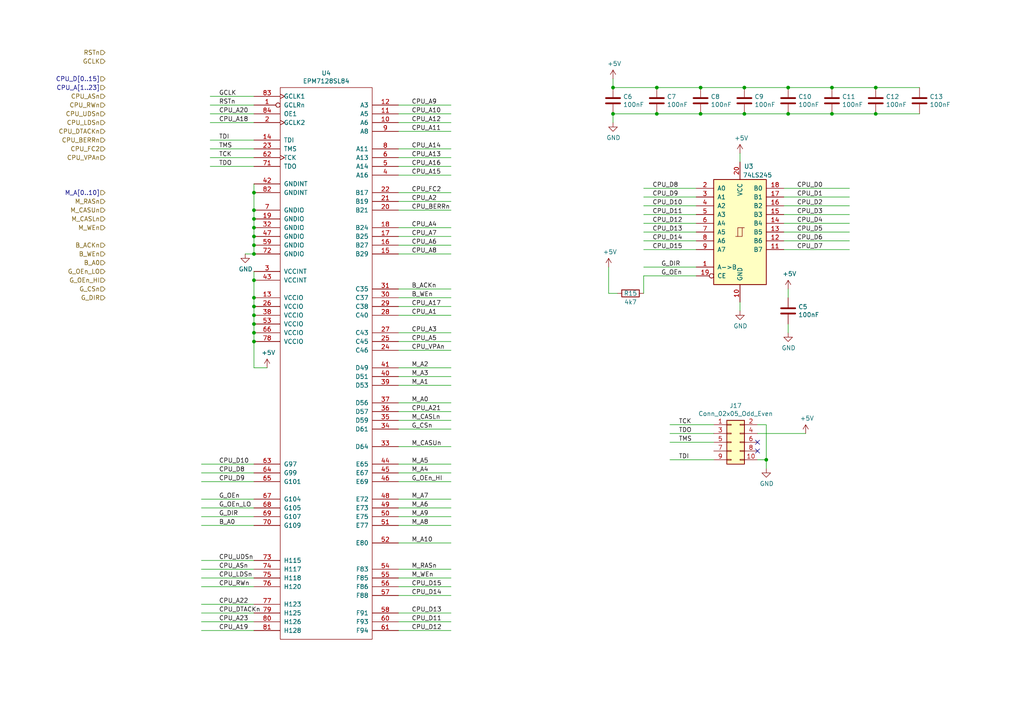
<source format=kicad_sch>
(kicad_sch (version 20211123) (generator eeschema)
  (paper "A4")
  (lib_symbols
    (symbol "74xx:74LS245" (pin_names (offset 1.016))
      (property "Reference" "U" (at -7.62 16.51 0))
      (property "Value" "74LS245" (at -7.62 -16.51 0))
      (symbol "74LS245_1_0"
        (polyline (pts (xy -0.635 -1.27) (xy -0.635 1.27) (xy 0.635 1.27)))
        (polyline (pts (xy -1.27 -1.27) (xy 0.635 -1.27) (xy 0.635 1.27) (xy 1.27 1.27)))
        (pin input line (at -12.7 -10.16 0) (length 5.08) (name "A->B") (number "1"))
        (pin power_in line (at 0 -20.32 90) (length 5.08) (name "GND") (number "10"))
        (pin tri_state line (at 12.7 -5.08 180) (length 5.08) (name "B7") (number "11"))
        (pin tri_state line (at 12.7 -2.54 180) (length 5.08) (name "B6") (number "12"))
        (pin tri_state line (at 12.7 0 180) (length 5.08) (name "B5") (number "13"))
        (pin tri_state line (at 12.7 2.54 180) (length 5.08) (name "B4") (number "14"))
        (pin tri_state line (at 12.7 5.08 180) (length 5.08) (name "B3") (number "15"))
        (pin tri_state line (at 12.7 7.62 180) (length 5.08) (name "B2") (number "16"))
        (pin tri_state line (at 12.7 10.16 180) (length 5.08) (name "B1") (number "17"))
        (pin tri_state line (at 12.7 12.7 180) (length 5.08) (name "B0") (number "18"))
        (pin input inverted (at -12.7 -12.7 0) (length 5.08) (name "CE") (number "19"))
        (pin tri_state line (at -12.7 12.7 0) (length 5.08) (name "A0") (number "2"))
        (pin power_in line (at 0 20.32 270) (length 5.08) (name "VCC") (number "20"))
        (pin tri_state line (at -12.7 10.16 0) (length 5.08) (name "A1") (number "3"))
        (pin tri_state line (at -12.7 7.62 0) (length 5.08) (name "A2") (number "4"))
        (pin tri_state line (at -12.7 5.08 0) (length 5.08) (name "A3") (number "5"))
        (pin tri_state line (at -12.7 2.54 0) (length 5.08) (name "A4") (number "6"))
        (pin tri_state line (at -12.7 0 0) (length 5.08) (name "A5") (number "7"))
        (pin tri_state line (at -12.7 -2.54 0) (length 5.08) (name "A6") (number "8"))
        (pin tri_state line (at -12.7 -5.08 0) (length 5.08) (name "A7") (number "9"))
      )
      (symbol "74LS245_1_1"
        (rectangle (start -7.62 15.24) (end 7.62 -15.24) (stroke (width 0.254)) (fill (type background)))
      )
    )
    (symbol "Connector_Generic:Conn_02x05_Odd_Even" (pin_names (offset 1.016) hide)
      (property "Reference" "J" (at 1.27 7.62 0))
      (property "Value" "Conn_02x05_Odd_Even" (at 1.27 -7.62 0))
      (symbol "Conn_02x05_Odd_Even_1_1"
        (rectangle (start -1.27 -4.953) (end 0 -5.207) (stroke (width 0.1524)))
        (rectangle (start -1.27 -2.413) (end 0 -2.667) (stroke (width 0.1524)))
        (rectangle (start -1.27 0.127) (end 0 -0.127) (stroke (width 0.1524)))
        (rectangle (start -1.27 2.667) (end 0 2.413) (stroke (width 0.1524)))
        (rectangle (start -1.27 5.207) (end 0 4.953) (stroke (width 0.1524)))
        (rectangle (start -1.27 6.35) (end 3.81 -6.35) (stroke (width 0.254)) (fill (type background)))
        (rectangle (start 3.81 -4.953) (end 2.54 -5.207) (stroke (width 0.1524)))
        (rectangle (start 3.81 -2.413) (end 2.54 -2.667) (stroke (width 0.1524)))
        (rectangle (start 3.81 0.127) (end 2.54 -0.127) (stroke (width 0.1524)))
        (rectangle (start 3.81 2.667) (end 2.54 2.413) (stroke (width 0.1524)))
        (rectangle (start 3.81 5.207) (end 2.54 4.953) (stroke (width 0.1524)))
        (pin passive line (at -5.08 5.08 0) (length 3.81) (name "Pin_1") (number "1"))
        (pin passive line (at 7.62 -5.08 180) (length 3.81) (name "Pin_10") (number "10"))
        (pin passive line (at 7.62 5.08 180) (length 3.81) (name "Pin_2") (number "2"))
        (pin passive line (at -5.08 2.54 0) (length 3.81) (name "Pin_3") (number "3"))
        (pin passive line (at 7.62 2.54 180) (length 3.81) (name "Pin_4") (number "4"))
        (pin passive line (at -5.08 0 0) (length 3.81) (name "Pin_5") (number "5"))
        (pin passive line (at 7.62 0 180) (length 3.81) (name "Pin_6") (number "6"))
        (pin passive line (at -5.08 -2.54 0) (length 3.81) (name "Pin_7") (number "7"))
        (pin passive line (at 7.62 -2.54 180) (length 3.81) (name "Pin_8") (number "8"))
        (pin passive line (at -5.08 -5.08 0) (length 3.81) (name "Pin_9") (number "9"))
      )
    )
    (symbol "Device:C" (pin_numbers hide) (pin_names (offset 0.254))
      (property "Reference" "C" (at 0.635 2.54 0))
      (property "Value" "C" (at 0.635 -2.54 0))
      (symbol "C_0_1"
        (polyline (pts (xy -2.032 -0.762) (xy 2.032 -0.762)) (stroke (width 0.508)))
        (polyline (pts (xy -2.032 0.762) (xy 2.032 0.762)) (stroke (width 0.508)))
      )
      (symbol "C_1_1"
        (pin passive line (at 0 3.81 270) (length 2.794) (name "~") (number "1"))
        (pin passive line (at 0 -3.81 90) (length 2.794) (name "~") (number "2"))
      )
    )
    (symbol "Device:R" (pin_numbers hide) (pin_names (offset 0))
      (property "Reference" "R" (at 2.032 0 90))
      (property "Value" "R" (at 0 0 90))
      (symbol "R_0_1"
        (rectangle (start -1.016 -2.54) (end 1.016 2.54) (stroke (width 0.254)))
      )
      (symbol "R_1_1"
        (pin passive line (at 0 3.81 270) (length 1.27) (name "~") (number "1"))
        (pin passive line (at 0 -3.81 90) (length 1.27) (name "~") (number "2"))
      )
    )
    (symbol "altera_max:EPM7128SL84" (pin_names (offset 1.016))
      (property "Reference" "U" (at 0 -7.62 0))
      (property "Value" "EPM7128SL84" (at 0 -5.08 0))
      (symbol "EPM7128SL84_1_1"
        (rectangle (start -13.97 73.66) (end 12.7 -86.36))
        (pin input inverted (at -21.59 68.58 0) (length 7.62) (name "GCLRn") (number "1"))
        (pin bidirectional line (at 20.32 63.5 180) (length 7.62) (name "A6") (number "10"))
        (pin bidirectional line (at 20.32 66.04 180) (length 7.62) (name "A5") (number "11"))
        (pin bidirectional line (at 20.32 68.58 180) (length 7.62) (name "A3") (number "12"))
        (pin power_in line (at -21.59 12.7 0) (length 7.62) (name "VCCIO") (number "13"))
        (pin input line (at -21.59 58.42 0) (length 7.62) (name "TDI") (number "14"))
        (pin bidirectional line (at 20.32 25.4 180) (length 7.62) (name "B29") (number "15"))
        (pin bidirectional line (at 20.32 27.94 180) (length 7.62) (name "B27") (number "16"))
        (pin bidirectional line (at 20.32 30.48 180) (length 7.62) (name "B25") (number "17"))
        (pin bidirectional line (at 20.32 33.02 180) (length 7.62) (name "B24") (number "18"))
        (pin power_in line (at -21.59 35.56 0) (length 7.62) (name "GNDIO") (number "19"))
        (pin input clock (at -21.59 63.5 0) (length 7.62) (name "GCLK2") (number "2"))
        (pin bidirectional line (at 20.32 38.1 180) (length 7.62) (name "B21") (number "20"))
        (pin bidirectional line (at 20.32 40.64 180) (length 7.62) (name "B19") (number "21"))
        (pin bidirectional line (at 20.32 43.18 180) (length 7.62) (name "B17") (number "22"))
        (pin input line (at -21.59 55.88 0) (length 7.62) (name "TMS") (number "23"))
        (pin bidirectional line (at 20.32 -2.54 180) (length 7.62) (name "C46") (number "24"))
        (pin bidirectional line (at 20.32 0 180) (length 7.62) (name "C45") (number "25"))
        (pin power_in line (at -21.59 10.16 0) (length 7.62) (name "VCCIO") (number "26"))
        (pin bidirectional line (at 20.32 2.54 180) (length 7.62) (name "C43") (number "27"))
        (pin bidirectional line (at 20.32 7.62 180) (length 7.62) (name "C40") (number "28"))
        (pin bidirectional line (at 20.32 10.16 180) (length 7.62) (name "C38") (number "29"))
        (pin power_in line (at -21.59 20.32 0) (length 7.62) (name "VCCINT") (number "3"))
        (pin bidirectional line (at 20.32 12.7 180) (length 7.62) (name "C37") (number "30"))
        (pin bidirectional line (at 20.32 15.24 180) (length 7.62) (name "C35") (number "31"))
        (pin power_in line (at -21.59 33.02 0) (length 7.62) (name "GNDIO") (number "32"))
        (pin bidirectional line (at 20.32 -30.48 180) (length 7.62) (name "D64") (number "33"))
        (pin bidirectional line (at 20.32 -25.4 180) (length 7.62) (name "D61") (number "34"))
        (pin bidirectional line (at 20.32 -22.86 180) (length 7.62) (name "D59") (number "35"))
        (pin bidirectional line (at 20.32 -20.32 180) (length 7.62) (name "D57") (number "36"))
        (pin bidirectional line (at 20.32 -17.78 180) (length 7.62) (name "D56") (number "37"))
        (pin power_in line (at -21.59 7.62 0) (length 7.62) (name "VCCIO") (number "38"))
        (pin bidirectional line (at 20.32 -12.7 180) (length 7.62) (name "D53") (number "39"))
        (pin bidirectional line (at 20.32 48.26 180) (length 7.62) (name "A16") (number "4"))
        (pin bidirectional line (at 20.32 -10.16 180) (length 7.62) (name "D51") (number "40"))
        (pin bidirectional line (at 20.32 -7.62 180) (length 7.62) (name "D49") (number "41"))
        (pin power_in line (at -21.59 45.72 0) (length 7.62) (name "GNDINT") (number "42"))
        (pin power_in line (at -21.59 17.78 0) (length 7.62) (name "VCCINT") (number "43"))
        (pin bidirectional line (at 20.32 -35.56 180) (length 7.62) (name "E65") (number "44"))
        (pin bidirectional line (at 20.32 -38.1 180) (length 7.62) (name "E67") (number "45"))
        (pin bidirectional line (at 20.32 -40.64 180) (length 7.62) (name "E69") (number "46"))
        (pin power_in line (at -21.59 30.48 0) (length 7.62) (name "GNDIO") (number "47"))
        (pin bidirectional line (at 20.32 -45.72 180) (length 7.62) (name "E72") (number "48"))
        (pin bidirectional line (at 20.32 -48.26 180) (length 7.62) (name "E73") (number "49"))
        (pin bidirectional line (at 20.32 50.8 180) (length 7.62) (name "A14") (number "5"))
        (pin bidirectional line (at 20.32 -50.8 180) (length 7.62) (name "E75") (number "50"))
        (pin bidirectional line (at 20.32 -53.34 180) (length 7.62) (name "E77") (number "51"))
        (pin bidirectional line (at 20.32 -58.42 180) (length 7.62) (name "E80") (number "52"))
        (pin power_in line (at -21.59 5.08 0) (length 7.62) (name "VCCIO") (number "53"))
        (pin bidirectional line (at 20.32 -66.04 180) (length 7.62) (name "F83") (number "54"))
        (pin bidirectional line (at 20.32 -68.58 180) (length 7.62) (name "F85") (number "55"))
        (pin bidirectional line (at 20.32 -71.12 180) (length 7.62) (name "F86") (number "56"))
        (pin bidirectional line (at 20.32 -73.66 180) (length 7.62) (name "F88") (number "57"))
        (pin bidirectional line (at 20.32 -78.74 180) (length 7.62) (name "F91") (number "58"))
        (pin power_in line (at -21.59 27.94 0) (length 7.62) (name "GNDIO") (number "59"))
        (pin bidirectional line (at 20.32 53.34 180) (length 7.62) (name "A13") (number "6"))
        (pin bidirectional line (at 20.32 -81.28 180) (length 7.62) (name "F93") (number "60"))
        (pin bidirectional line (at 20.32 -83.82 180) (length 7.62) (name "F94") (number "61"))
        (pin input clock (at -21.59 53.34 0) (length 7.62) (name "TCK") (number "62"))
        (pin bidirectional line (at -21.59 -35.56 0) (length 7.62) (name "G97") (number "63"))
        (pin bidirectional line (at -21.59 -38.1 0) (length 7.62) (name "G99") (number "64"))
        (pin bidirectional line (at -21.59 -40.64 0) (length 7.62) (name "G101") (number "65"))
        (pin power_in line (at -21.59 2.54 0) (length 7.62) (name "VCCIO") (number "66"))
        (pin bidirectional line (at -21.59 -45.72 0) (length 7.62) (name "G104") (number "67"))
        (pin bidirectional line (at -21.59 -48.26 0) (length 7.62) (name "G105") (number "68"))
        (pin bidirectional line (at -21.59 -50.8 0) (length 7.62) (name "G107") (number "69"))
        (pin power_in line (at -21.59 38.1 0) (length 7.62) (name "GNDIO") (number "7"))
        (pin bidirectional line (at -21.59 -53.34 0) (length 7.62) (name "G109") (number "70"))
        (pin output line (at -21.59 50.8 0) (length 7.62) (name "TDO") (number "71"))
        (pin power_in line (at -21.59 25.4 0) (length 7.62) (name "GNDIO") (number "72"))
        (pin bidirectional line (at -21.59 -63.5 0) (length 7.62) (name "H115") (number "73"))
        (pin bidirectional line (at -21.59 -66.04 0) (length 7.62) (name "H117") (number "74"))
        (pin bidirectional line (at -21.59 -68.58 0) (length 7.62) (name "H118") (number "75"))
        (pin bidirectional line (at -21.59 -71.12 0) (length 7.62) (name "H120") (number "76"))
        (pin bidirectional line (at -21.59 -76.2 0) (length 7.62) (name "H123") (number "77"))
        (pin power_in line (at -21.59 0 0) (length 7.62) (name "VCCIO") (number "78"))
        (pin bidirectional line (at -21.59 -78.74 0) (length 7.62) (name "H125") (number "79"))
        (pin bidirectional line (at 20.32 55.88 180) (length 7.62) (name "A11") (number "8"))
        (pin bidirectional line (at -21.59 -81.28 0) (length 7.62) (name "H126") (number "80"))
        (pin bidirectional line (at -21.59 -83.82 0) (length 7.62) (name "H128") (number "81"))
        (pin power_in line (at -21.59 43.18 0) (length 7.62) (name "GNDINT") (number "82"))
        (pin input clock (at -21.59 71.12 0) (length 7.62) (name "GCLK1") (number "83"))
        (pin input line (at -21.59 66.04 0) (length 7.62) (name "OE1") (number "84"))
        (pin bidirectional line (at 20.32 60.96 180) (length 7.62) (name "A8") (number "9"))
      )
    )
    (symbol "power:+5V" (power) (pin_names (offset 0))
      (property "Value" "+5V" (at 0 3.556 0))
      (symbol "+5V_0_1"
        (polyline (pts (xy -0.762 1.27) (xy 0 2.54)))
        (polyline (pts (xy 0 0) (xy 0 2.54)))
        (polyline (pts (xy 0 2.54) (xy 0.762 1.27)))
      )
      (symbol "+5V_1_1"
        (pin power_in line (at 0 0 90) (length 0) hide (name "+5V") (number "1"))
      )
    )
    (symbol "power:GND" (power) (pin_names (offset 0))
      (property "Value" "GND" (at 0 -3.81 0))
      (symbol "GND_0_1"
        (polyline (pts (xy 0 0) (xy 0 -1.27) (xy 1.27 -1.27) (xy 0 -2.54) (xy -1.27 -1.27) (xy 0 -1.27)))
      )
      (symbol "GND_1_1"
        (pin power_in line (at 0 0 270) (length 0) hide (name "GND") (number "1"))
      )
    )
  )
  (junction (at 73.66 99.06))
  (junction (at 241.3 33.02))
  (junction (at 73.66 86.36))
  (junction (at 73.66 73.66))
  (junction (at 190.5 25.4))
  (junction (at 177.8 33.02))
  (junction (at 177.8 25.4))
  (junction (at 215.9 25.4))
  (junction (at 73.66 68.58))
  (junction (at 254 33.02))
  (junction (at 228.6 25.4))
  (junction (at 203.2 33.02))
  (junction (at 203.2 25.4))
  (junction (at 73.66 60.96))
  (junction (at 73.66 66.04))
  (junction (at 73.66 55.88))
  (junction (at 241.3 25.4))
  (junction (at 215.9 33.02))
  (junction (at 73.66 96.52))
  (junction (at 73.66 93.98))
  (junction (at 254 25.4))
  (junction (at 228.6 33.02))
  (junction (at 73.66 91.44))
  (junction (at 222.25 133.35))
  (junction (at 73.66 88.9))
  (junction (at 73.66 71.12))
  (junction (at 73.66 81.28))
  (junction (at 190.5 33.02))
  (junction (at 73.66 63.5))
  (no_connect (at 219.71 130.81))
  (no_connect (at 219.71 128.27))
  (wire (pts (xy 246.38 59.69) (xy 227.33 59.69)))
  (wire (pts (xy 58.42 139.7) (xy 73.66 139.7)))
  (wire (pts (xy 254 25.4) (xy 241.3 25.4)))
  (wire (pts (xy 115.57 68.58) (xy 130.81 68.58)))
  (wire (pts (xy 190.5 25.4) (xy 177.8 25.4)))
  (wire (pts (xy 214.63 46.99) (xy 214.63 44.45)))
  (wire (pts (xy 177.8 22.86) (xy 177.8 25.4)))
  (wire (pts (xy 60.96 43.18) (xy 73.66 43.18)))
  (wire (pts (xy 115.57 121.92) (xy 130.81 121.92)))
  (wire (pts (xy 115.57 165.1) (xy 130.81 165.1)))
  (wire (pts (xy 115.57 48.26) (xy 130.81 48.26)))
  (wire (pts (xy 73.66 81.28) (xy 73.66 78.74)))
  (wire (pts (xy 246.38 57.15) (xy 227.33 57.15)))
  (wire (pts (xy 115.57 182.88) (xy 130.81 182.88)))
  (wire (pts (xy 115.57 71.12) (xy 130.81 71.12)))
  (wire (pts (xy 73.66 99.06) (xy 73.66 96.52)))
  (wire (pts (xy 73.66 60.96) (xy 73.66 55.88)))
  (wire (pts (xy 115.57 119.38) (xy 130.81 119.38)))
  (wire (pts (xy 186.69 64.77) (xy 201.93 64.77)))
  (wire (pts (xy 203.2 25.4) (xy 190.5 25.4)))
  (wire (pts (xy 186.69 57.15) (xy 201.93 57.15)))
  (wire (pts (xy 130.81 129.54) (xy 115.57 129.54)))
  (wire (pts (xy 115.57 33.02) (xy 130.81 33.02)))
  (wire (pts (xy 246.38 54.61) (xy 227.33 54.61)))
  (wire (pts (xy 115.57 109.22) (xy 130.81 109.22)))
  (wire (pts (xy 115.57 38.1) (xy 130.81 38.1)))
  (wire (pts (xy 115.57 137.16) (xy 130.81 137.16)))
  (wire (pts (xy 115.57 35.56) (xy 130.81 35.56)))
  (wire (pts (xy 241.3 33.02) (xy 228.6 33.02)))
  (wire (pts (xy 266.7 33.02) (xy 254 33.02)))
  (wire (pts (xy 58.42 177.8) (xy 73.66 177.8)))
  (wire (pts (xy 203.2 33.02) (xy 190.5 33.02)))
  (wire (pts (xy 186.69 62.23) (xy 201.93 62.23)))
  (wire (pts (xy 194.31 128.27) (xy 207.01 128.27)))
  (wire (pts (xy 115.57 101.6) (xy 130.81 101.6)))
  (wire (pts (xy 194.31 125.73) (xy 207.01 125.73)))
  (wire (pts (xy 115.57 180.34) (xy 130.81 180.34)))
  (wire (pts (xy 73.66 91.44) (xy 73.66 88.9)))
  (wire (pts (xy 115.57 134.62) (xy 130.81 134.62)))
  (wire (pts (xy 115.57 50.8) (xy 130.81 50.8)))
  (wire (pts (xy 186.69 67.31) (xy 201.93 67.31)))
  (wire (pts (xy 71.12 73.66) (xy 73.66 73.66)))
  (wire (pts (xy 241.3 25.4) (xy 228.6 25.4)))
  (wire (pts (xy 222.25 135.89) (xy 222.25 133.35)))
  (wire (pts (xy 58.42 165.1) (xy 73.66 165.1)))
  (wire (pts (xy 177.8 33.02) (xy 177.8 35.56)))
  (wire (pts (xy 60.96 33.02) (xy 73.66 33.02)))
  (wire (pts (xy 219.71 125.73) (xy 233.68 125.73)))
  (wire (pts (xy 115.57 139.7) (xy 130.81 139.7)))
  (wire (pts (xy 73.66 106.68) (xy 73.66 99.06)))
  (wire (pts (xy 246.38 64.77) (xy 227.33 64.77)))
  (wire (pts (xy 115.57 91.44) (xy 130.81 91.44)))
  (wire (pts (xy 58.42 167.64) (xy 73.66 167.64)))
  (wire (pts (xy 58.42 134.62) (xy 73.66 134.62)))
  (wire (pts (xy 115.57 152.4) (xy 130.81 152.4)))
  (wire (pts (xy 222.25 133.35) (xy 222.25 123.19)))
  (wire (pts (xy 115.57 96.52) (xy 130.81 96.52)))
  (wire (pts (xy 186.69 80.01) (xy 201.93 80.01)))
  (wire (pts (xy 60.96 30.48) (xy 73.66 30.48)))
  (wire (pts (xy 58.42 175.26) (xy 73.66 175.26)))
  (wire (pts (xy 58.42 149.86) (xy 73.66 149.86)))
  (wire (pts (xy 58.42 144.78) (xy 73.66 144.78)))
  (wire (pts (xy 266.7 25.4) (xy 254 25.4)))
  (wire (pts (xy 215.9 25.4) (xy 203.2 25.4)))
  (wire (pts (xy 60.96 48.26) (xy 73.66 48.26)))
  (wire (pts (xy 73.66 63.5) (xy 73.66 60.96)))
  (wire (pts (xy 115.57 30.48) (xy 130.81 30.48)))
  (wire (pts (xy 228.6 93.98) (xy 228.6 96.52)))
  (wire (pts (xy 60.96 40.64) (xy 73.66 40.64)))
  (wire (pts (xy 73.66 73.66) (xy 73.66 71.12)))
  (wire (pts (xy 179.07 85.09) (xy 176.53 85.09)))
  (wire (pts (xy 228.6 83.82) (xy 228.6 86.36)))
  (wire (pts (xy 214.63 90.17) (xy 214.63 87.63)))
  (wire (pts (xy 254 33.02) (xy 241.3 33.02)))
  (wire (pts (xy 115.57 55.88) (xy 130.81 55.88)))
  (wire (pts (xy 73.66 96.52) (xy 73.66 93.98)))
  (wire (pts (xy 228.6 25.4) (xy 215.9 25.4)))
  (wire (pts (xy 190.5 33.02) (xy 177.8 33.02)))
  (wire (pts (xy 115.57 170.18) (xy 130.81 170.18)))
  (wire (pts (xy 115.57 83.82) (xy 130.81 83.82)))
  (wire (pts (xy 115.57 124.46) (xy 130.81 124.46)))
  (wire (pts (xy 186.69 80.01) (xy 186.69 85.09)))
  (wire (pts (xy 115.57 58.42) (xy 130.81 58.42)))
  (wire (pts (xy 115.57 167.64) (xy 130.81 167.64)))
  (wire (pts (xy 115.57 86.36) (xy 130.81 86.36)))
  (wire (pts (xy 222.25 133.35) (xy 219.71 133.35)))
  (wire (pts (xy 246.38 62.23) (xy 227.33 62.23)))
  (wire (pts (xy 130.81 157.48) (xy 115.57 157.48)))
  (wire (pts (xy 60.96 35.56) (xy 73.66 35.56)))
  (wire (pts (xy 194.31 133.35) (xy 207.01 133.35)))
  (wire (pts (xy 73.66 86.36) (xy 73.66 81.28)))
  (wire (pts (xy 60.96 45.72) (xy 73.66 45.72)))
  (wire (pts (xy 58.42 162.56) (xy 73.66 162.56)))
  (wire (pts (xy 58.42 137.16) (xy 73.66 137.16)))
  (wire (pts (xy 186.69 69.85) (xy 201.93 69.85)))
  (wire (pts (xy 176.53 85.09) (xy 176.53 77.47)))
  (wire (pts (xy 115.57 177.8) (xy 130.81 177.8)))
  (wire (pts (xy 115.57 45.72) (xy 130.81 45.72)))
  (wire (pts (xy 73.66 71.12) (xy 73.66 68.58)))
  (wire (pts (xy 77.47 106.68) (xy 73.66 106.68)))
  (wire (pts (xy 222.25 123.19) (xy 219.71 123.19)))
  (wire (pts (xy 58.42 180.34) (xy 73.66 180.34)))
  (wire (pts (xy 58.42 147.32) (xy 73.66 147.32)))
  (wire (pts (xy 115.57 60.96) (xy 130.81 60.96)))
  (wire (pts (xy 186.69 54.61) (xy 201.93 54.61)))
  (wire (pts (xy 73.66 66.04) (xy 73.66 63.5)))
  (wire (pts (xy 115.57 106.68) (xy 130.81 106.68)))
  (wire (pts (xy 73.66 55.88) (xy 73.66 53.34)))
  (wire (pts (xy 246.38 69.85) (xy 227.33 69.85)))
  (wire (pts (xy 115.57 43.18) (xy 130.81 43.18)))
  (wire (pts (xy 115.57 172.72) (xy 130.81 172.72)))
  (wire (pts (xy 115.57 116.84) (xy 130.81 116.84)))
  (wire (pts (xy 115.57 144.78) (xy 130.81 144.78)))
  (wire (pts (xy 73.66 93.98) (xy 73.66 91.44)))
  (wire (pts (xy 115.57 99.06) (xy 130.81 99.06)))
  (wire (pts (xy 60.96 27.94) (xy 73.66 27.94)))
  (wire (pts (xy 115.57 73.66) (xy 130.81 73.66)))
  (wire (pts (xy 246.38 67.31) (xy 227.33 67.31)))
  (wire (pts (xy 186.69 77.47) (xy 201.93 77.47)))
  (wire (pts (xy 186.69 59.69) (xy 201.93 59.69)))
  (wire (pts (xy 73.66 68.58) (xy 73.66 66.04)))
  (wire (pts (xy 115.57 111.76) (xy 130.81 111.76)))
  (wire (pts (xy 58.42 182.88) (xy 73.66 182.88)))
  (wire (pts (xy 228.6 33.02) (xy 215.9 33.02)))
  (wire (pts (xy 58.42 170.18) (xy 73.66 170.18)))
  (wire (pts (xy 115.57 88.9) (xy 130.81 88.9)))
  (wire (pts (xy 73.66 88.9) (xy 73.66 86.36)))
  (wire (pts (xy 115.57 66.04) (xy 130.81 66.04)))
  (wire (pts (xy 115.57 147.32) (xy 130.81 147.32)))
  (wire (pts (xy 186.69 72.39) (xy 201.93 72.39)))
  (wire (pts (xy 194.31 123.19) (xy 207.01 123.19)))
  (wire (pts (xy 58.42 152.4) (xy 73.66 152.4)))
  (wire (pts (xy 215.9 33.02) (xy 203.2 33.02)))
  (wire (pts (xy 115.57 149.86) (xy 130.81 149.86)))
  (wire (pts (xy 246.38 72.39) (xy 227.33 72.39)))
  (label "CPU_DTACKn" (at 63.5 177.8 0))
  (label "CPU_VPAn" (at 119.38 101.6 0))
  (label "CPU_D8" (at 63.5 137.16 0))
  (label "CPU_D2" (at 231.14 59.69 0))
  (label "CPU_A10" (at 119.38 33.02 0))
  (label "M_RASn" (at 119.38 165.1 0))
  (label "CPU_D15" (at 119.38 170.18 0))
  (label "RSTn" (at 63.5 30.48 0))
  (label "CPU_D11" (at 189.23 62.23 0))
  (label "CPU_D5" (at 231.14 67.31 0))
  (label "B_WEn" (at 119.38 86.36 0))
  (label "G_CSn" (at 119.38 124.46 0))
  (label "CPU_D11" (at 119.38 180.34 0))
  (label "CPU_A3" (at 119.38 96.52 0))
  (label "CPU_A9" (at 119.38 30.48 0))
  (label "CPU_A4" (at 119.38 66.04 0))
  (label "M_WEn" (at 119.38 167.64 0))
  (label "M_A8" (at 119.38 152.4 0))
  (label "CPU_A12" (at 119.38 35.56 0))
  (label "CPU_A7" (at 119.38 68.58 0))
  (label "CPU_D1" (at 231.14 57.15 0))
  (label "CPU_A16" (at 119.38 48.26 0))
  (label "CPU_D14" (at 119.38 172.72 0))
  (label "CPU_D12" (at 189.23 64.77 0))
  (label "CPU_A11" (at 119.38 38.1 0))
  (label "GCLK" (at 63.5 27.94 0))
  (label "B_A0" (at 63.5 152.4 0))
  (label "CPU_A6" (at 119.38 71.12 0))
  (label "CPU_A5" (at 119.38 99.06 0))
  (label "CPU_LDSn" (at 63.5 167.64 0))
  (label "M_A1" (at 119.38 111.76 0))
  (label "CPU_A21" (at 119.38 119.38 0))
  (label "TDI" (at 63.5 40.64 0))
  (label "CPU_A2" (at 119.38 58.42 0))
  (label "G_OEn_HI" (at 119.38 139.7 0))
  (label "CPU_D10" (at 63.5 134.62 0))
  (label "CPU_D8" (at 189.23 54.61 0))
  (label "M_A3" (at 119.38 109.22 0))
  (label "CPU_A15" (at 119.38 50.8 0))
  (label "M_A10" (at 119.38 157.48 0))
  (label "G_OEn" (at 63.5 144.78 0))
  (label "TMS" (at 63.5 43.18 0))
  (label "CPU_D10" (at 189.23 59.69 0))
  (label "CPU_D15" (at 189.23 72.39 0))
  (label "CPU_D14" (at 189.23 69.85 0))
  (label "G_OEn" (at 191.77 80.01 0))
  (label "CPU_A13" (at 119.38 45.72 0))
  (label "CPU_D6" (at 231.14 69.85 0))
  (label "CPU_D3" (at 231.14 62.23 0))
  (label "M_A0" (at 119.38 116.84 0))
  (label "CPU_A23" (at 63.5 180.34 0))
  (label "M_A5" (at 119.38 134.62 0))
  (label "CPU_A20" (at 63.5 33.02 0))
  (label "CPU_UDSn" (at 63.5 162.56 0))
  (label "M_A7" (at 119.38 144.78 0))
  (label "CPU_D13" (at 189.23 67.31 0))
  (label "CPU_A19" (at 63.5 182.88 0))
  (label "CPU_A18" (at 63.5 35.56 0))
  (label "TCK" (at 63.5 45.72 0))
  (label "G_DIR" (at 63.5 149.86 0))
  (label "CPU_D4" (at 231.14 64.77 0))
  (label "CPU_A17" (at 119.38 88.9 0))
  (label "CPU_A1" (at 119.38 91.44 0))
  (label "M_CASLn" (at 119.38 121.92 0))
  (label "TCK" (at 196.85 123.19 0))
  (label "M_A4" (at 119.38 137.16 0))
  (label "CPU_D9" (at 63.5 139.7 0))
  (label "CPU_FC2" (at 119.38 55.88 0))
  (label "CPU_D7" (at 231.14 72.39 0))
  (label "CPU_ASn" (at 63.5 165.1 0))
  (label "CPU_D0" (at 231.14 54.61 0))
  (label "M_A9" (at 119.38 149.86 0))
  (label "TMS" (at 196.85 128.27 0))
  (label "M_A2" (at 119.38 106.68 0))
  (label "CPU_RWn" (at 63.5 170.18 0))
  (label "CPU_A22" (at 63.5 175.26 0))
  (label "G_DIR" (at 191.77 77.47 0))
  (label "CPU_BERRn" (at 119.38 60.96 0))
  (label "G_OEn_LO" (at 63.5 147.32 0))
  (label "CPU_A8" (at 119.38 73.66 0))
  (label "CPU_A14" (at 119.38 43.18 0))
  (label "TDI" (at 196.85 133.35 0))
  (label "CPU_D12" (at 119.38 182.88 0))
  (label "CPU_D13" (at 119.38 177.8 0))
  (label "TDO" (at 196.85 125.73 0))
  (label "TDO" (at 63.5 48.26 0))
  (label "M_A6" (at 119.38 147.32 0))
  (label "B_ACKn" (at 119.38 83.82 0))
  (label "CPU_D9" (at 189.23 57.15 0))
  (label "M_CASUn" (at 119.38 129.54 0))
  (hierarchical_label "CPU_DTACKn" (shape input) (at 30.48 38.1 180))
  (hierarchical_label "B_WEn" (shape input) (at 30.48 73.66 180))
  (hierarchical_label "CPU_BERRn" (shape input) (at 30.48 40.64 180))
  (hierarchical_label "CPU_VPAn" (shape input) (at 30.48 45.72 180))
  (hierarchical_label "G_OEn_LO" (shape input) (at 30.48 78.74 180))
  (hierarchical_label "M_CASUn" (shape input) (at 30.48 60.96 180))
  (hierarchical_label "CPU_LDSn" (shape input) (at 30.48 35.56 180))
  (hierarchical_label "G_DIR" (shape input) (at 30.48 86.36 180))
  (hierarchical_label "GCLK" (shape input) (at 30.48 17.78 180))
  (hierarchical_label "CPU_RWn" (shape input) (at 30.48 30.48 180))
  (hierarchical_label "M_RASn" (shape input) (at 30.48 58.42 180))
  (hierarchical_label "M_A[0..10]" (shape input) (at 30.48 55.88 180))
  (hierarchical_label "CPU_ASn" (shape input) (at 30.48 27.94 180))
  (hierarchical_label "CPU_A[1..23]" (shape input) (at 30.48 25.4 180))
  (hierarchical_label "B_ACKn" (shape input) (at 30.48 71.12 180))
  (hierarchical_label "CPU_UDSn" (shape input) (at 30.48 33.02 180))
  (hierarchical_label "G_CSn" (shape input) (at 30.48 83.82 180))
  (hierarchical_label "M_CASLn" (shape input) (at 30.48 63.5 180))
  (hierarchical_label "M_WEn" (shape input) (at 30.48 66.04 180))
  (hierarchical_label "B_A0" (shape input) (at 30.48 76.2 180))
  (hierarchical_label "CPU_FC2" (shape input) (at 30.48 43.18 180))
  (hierarchical_label "CPU_D[0..15]" (shape input) (at 30.48 22.86 180))
  (hierarchical_label "G_OEn_HI" (shape input) (at 30.48 81.28 180))
  (hierarchical_label "RSTn" (shape input) (at 30.48 15.24 180))
  (symbol (lib_id "Device:C") (at 228.6 90.17 0) (unit 1)
    (property "Reference" "C5" (at 231.521 89.0016 0) (effects (justify left)))
    (property "Value" "100nF" (at 231.521 91.313 0) (effects (justify left)))
    (property "Footprint" "Capacitors_ThroughHole:C_Disc_D4.3mm_W1.9mm_P5.00mm" (effects hide))
  )
  (symbol (lib_id "power:GND") (at 228.6 96.52 0) (unit 1)
    (property "Reference" "#PWR063" (effects hide))
    (property "Value" "GND" (at 228.727 100.9142 0))
  )
  (symbol (lib_id "power:+5V") (at 228.6 83.82 0) (unit 1)
    (property "Reference" "#PWR062" (effects hide))
    (property "Value" "+5V" (at 228.981 79.4258 0))
  )
  (symbol (lib_id "power:GND") (at 214.63 90.17 0) (unit 1)
    (property "Reference" "#PWR025" (effects hide))
    (property "Value" "GND" (at 214.757 94.5642 0))
  )
  (symbol (lib_id "power:+5V") (at 214.63 44.45 0) (unit 1)
    (property "Reference" "#PWR024" (effects hide))
    (property "Value" "+5V" (at 215.011 40.0558 0))
  )
  (symbol (lib_id "74xx:74LS245") (at 214.63 67.31 0) (unit 1)
    (property "Reference" "U3" (at 217.17 48.26 0))
    (property "Value" "74LS245" (at 219.71 50.8 0))
    (property "Footprint" "Housings_DIP:DIP-20_W7.62mm_Socket" (effects hide))
    (property "Datasheet" "http://www.ti.com/lit/gpn/sn74LS245" (effects hide))
  )
  (symbol (lib_id "power:+5V") (at 176.53 77.47 0) (unit 1)
    (property "Reference" "#PWR023" (effects hide))
    (property "Value" "+5V" (at 176.911 73.0758 0))
  )
  (symbol (lib_id "Device:R") (at 182.88 85.09 270) (unit 1)
    (property "Reference" "R15" (at 182.88 85.09 90))
    (property "Value" "4k7" (at 182.88 87.63 90))
    (property "Footprint" "Resistor_THT:R_Axial_DIN0204_L3.6mm_D1.6mm_P2.54mm_Vertical" (effects hide))
  )
  (symbol (lib_id "altera_max:EPM7128SL84") (at 95.25 99.06 0) (unit 1)
    (property "Reference" "U4" (at 94.615 21.209 0))
    (property "Value" "EPM7128SL84" (at 94.615 23.5204 0))
    (property "Footprint" "Package_LCC:PLCC-84_THT-Socket" (effects hide))
  )
  (symbol (lib_id "power:+5V") (at 77.47 106.68 0) (unit 1)
    (property "Reference" "#PWR027" (effects hide))
    (property "Value" "+5V" (at 77.851 102.2858 0))
  )
  (symbol (lib_id "power:GND") (at 71.12 73.66 0) (unit 1)
    (property "Reference" "#PWR026" (effects hide))
    (property "Value" "GND" (at 71.247 78.0542 0))
  )
  (symbol (lib_id "Device:C") (at 177.8 29.21 0) (unit 1)
    (property "Reference" "C6" (at 180.721 28.0416 0) (effects (justify left)))
    (property "Value" "100nF" (at 180.721 30.353 0) (effects (justify left)))
    (property "Footprint" "Capacitors_ThroughHole:C_Disc_D4.3mm_W1.9mm_P5.00mm" (effects hide))
  )
  (symbol (lib_id "power:GND") (at 177.8 35.56 0) (unit 1)
    (property "Reference" "#PWR029" (effects hide))
    (property "Value" "GND" (at 177.927 39.9542 0))
  )
  (symbol (lib_id "power:+5V") (at 177.8 22.86 0) (unit 1)
    (property "Reference" "#PWR028" (effects hide))
    (property "Value" "+5V" (at 178.181 18.4658 0))
  )
  (symbol (lib_id "Device:C") (at 190.5 29.21 0) (unit 1)
    (property "Reference" "C7" (at 193.421 28.0416 0) (effects (justify left)))
    (property "Value" "100nF" (at 193.421 30.353 0) (effects (justify left)))
    (property "Footprint" "Capacitors_ThroughHole:C_Disc_D4.3mm_W1.9mm_P5.00mm" (effects hide))
  )
  (symbol (lib_id "Device:C") (at 203.2 29.21 0) (unit 1)
    (property "Reference" "C8" (at 206.121 28.0416 0) (effects (justify left)))
    (property "Value" "100nF" (at 206.121 30.353 0) (effects (justify left)))
    (property "Footprint" "Capacitors_ThroughHole:C_Disc_D4.3mm_W1.9mm_P5.00mm" (effects hide))
  )
  (symbol (lib_id "Device:C") (at 215.9 29.21 0) (unit 1)
    (property "Reference" "C9" (at 218.821 28.0416 0) (effects (justify left)))
    (property "Value" "100nF" (at 218.821 30.353 0) (effects (justify left)))
    (property "Footprint" "Capacitors_ThroughHole:C_Disc_D4.3mm_W1.9mm_P5.00mm" (effects hide))
  )
  (symbol (lib_id "Device:C") (at 228.6 29.21 0) (unit 1)
    (property "Reference" "C10" (at 231.521 28.0416 0) (effects (justify left)))
    (property "Value" "100nF" (at 231.521 30.353 0) (effects (justify left)))
    (property "Footprint" "Capacitors_ThroughHole:C_Disc_D4.3mm_W1.9mm_P5.00mm" (effects hide))
  )
  (symbol (lib_id "Device:C") (at 241.3 29.21 0) (unit 1)
    (property "Reference" "C11" (at 244.221 28.0416 0) (effects (justify left)))
    (property "Value" "100nF" (at 244.221 30.353 0) (effects (justify left)))
    (property "Footprint" "Capacitors_ThroughHole:C_Disc_D4.3mm_W1.9mm_P5.00mm" (effects hide))
  )
  (symbol (lib_id "Device:C") (at 254 29.21 0) (unit 1)
    (property "Reference" "C12" (at 256.921 28.0416 0) (effects (justify left)))
    (property "Value" "100nF" (at 256.921 30.353 0) (effects (justify left)))
    (property "Footprint" "Capacitors_ThroughHole:C_Disc_D4.3mm_W1.9mm_P5.00mm" (effects hide))
  )
  (symbol (lib_id "Device:C") (at 266.7 29.21 0) (unit 1)
    (property "Reference" "C13" (at 269.621 28.0416 0) (effects (justify left)))
    (property "Value" "100nF" (at 269.621 30.353 0) (effects (justify left)))
    (property "Footprint" "Capacitors_ThroughHole:C_Disc_D4.3mm_W1.9mm_P5.00mm" (effects hide))
  )
  (symbol (lib_id "Connector_Generic:Conn_02x05_Odd_Even") (at 212.09 128.27 0) (unit 1)
    (property "Reference" "J17" (at 213.36 117.6782 0))
    (property "Value" "Conn_02x05_Odd_Even" (at 213.36 119.9896 0))
    (property "Footprint" "Pin_Headers:PinHeader_2x05_P2.54mm_Vertical" (effects hide))
  )
  (symbol (lib_id "power:+5V") (at 233.68 125.73 0) (unit 1)
    (property "Reference" "#PWR0117" (effects hide))
    (property "Value" "+5V" (at 234.061 121.3358 0))
  )
  (symbol (lib_id "power:GND") (at 222.25 135.89 0) (unit 1)
    (property "Reference" "#PWR0118" (effects hide))
    (property "Value" "GND" (at 222.377 140.2842 0))
  )
)
</source>
